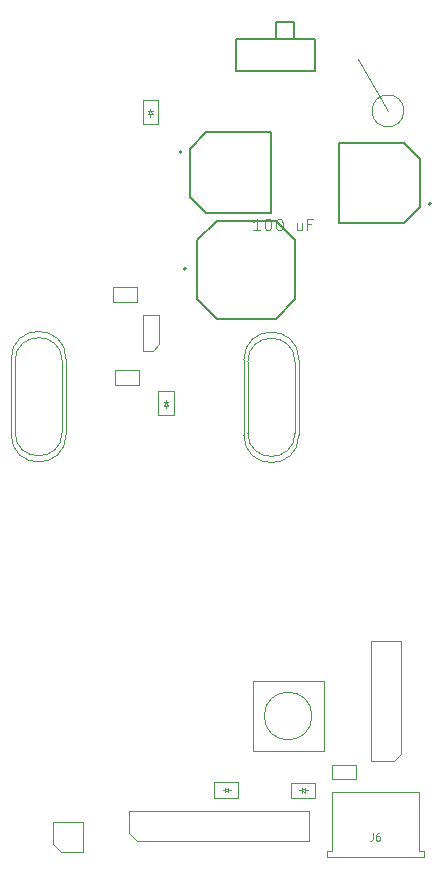
<source format=gbr>
G04 #@! TF.GenerationSoftware,KiCad,Pcbnew,5.1.6-c6e7f7d~87~ubuntu18.04.1*
G04 #@! TF.CreationDate,2021-04-09T16:44:34+05:30*
G04 #@! TF.ProjectId,Sensor_pcb_v4,53656e73-6f72-45f7-9063-625f76342e6b,rev?*
G04 #@! TF.SameCoordinates,Original*
G04 #@! TF.FileFunction,Other,Fab,Top*
%FSLAX46Y46*%
G04 Gerber Fmt 4.6, Leading zero omitted, Abs format (unit mm)*
G04 Created by KiCad (PCBNEW 5.1.6-c6e7f7d~87~ubuntu18.04.1) date 2021-04-09 16:44:34*
%MOMM*%
%LPD*%
G01*
G04 APERTURE LIST*
%ADD10C,0.127000*%
%ADD11C,0.200000*%
%ADD12C,0.050000*%
%ADD13C,0.100000*%
%ADD14C,0.015000*%
G04 APERTURE END LIST*
D10*
X46389500Y-27963900D02*
X46389500Y-34763900D01*
X46389500Y-34763900D02*
X40949500Y-34763900D01*
X40949500Y-34763900D02*
X39589500Y-33403900D01*
X39589500Y-33403900D02*
X39589500Y-29323900D01*
X39589500Y-29323900D02*
X40949500Y-27963900D01*
X40949500Y-27963900D02*
X46389500Y-27963900D01*
D11*
X38839500Y-29613900D02*
G75*
G03*
X38839500Y-29613900I-100000J0D01*
G01*
D12*
X58952600Y-88791000D02*
X58952600Y-83791000D01*
X51152600Y-89291000D02*
X59352600Y-89291000D01*
X51552600Y-83791000D02*
X51552600Y-88791000D01*
X59352600Y-89291000D02*
X59352600Y-88791000D01*
X59352600Y-88791000D02*
X58952600Y-88791000D01*
X51152600Y-89291000D02*
X51152600Y-88791000D01*
X51152600Y-88791000D02*
X51552600Y-88791000D01*
X58952600Y-83791000D02*
X51552600Y-83791000D01*
D13*
X34409400Y-87304900D02*
X34409400Y-85399900D01*
X34409400Y-85399900D02*
X49649400Y-85399900D01*
X49649400Y-85399900D02*
X49649400Y-87939900D01*
X49649400Y-87939900D02*
X35044400Y-87939900D01*
X35044400Y-87939900D02*
X34409400Y-87304900D01*
D10*
X50182500Y-22774900D02*
X43482500Y-22774900D01*
X43482500Y-22774900D02*
X43482500Y-20074900D01*
X43482500Y-20074900D02*
X50182500Y-20074900D01*
X50182500Y-20074900D02*
X50182500Y-22774900D01*
X48332500Y-20074900D02*
X48332500Y-18574900D01*
X48332500Y-18574900D02*
X46832500Y-18574900D01*
X46832500Y-18574900D02*
X46832500Y-20074900D01*
D13*
X38191200Y-49883800D02*
X38191200Y-51883800D01*
X38191200Y-51883800D02*
X36891200Y-51883800D01*
X36891200Y-51883800D02*
X36891200Y-49883800D01*
X36891200Y-49883800D02*
X38191200Y-49883800D01*
X37741200Y-51083800D02*
X37541200Y-50783800D01*
X37541200Y-50783800D02*
X37341200Y-51083800D01*
X37341200Y-51083800D02*
X37741200Y-51083800D01*
X37741200Y-50783800D02*
X37341200Y-50783800D01*
X37541200Y-50783800D02*
X37541200Y-50583800D01*
X37541200Y-51083800D02*
X37541200Y-51283800D01*
X57470000Y-80561200D02*
X56835000Y-81196200D01*
X57470000Y-71036200D02*
X57470000Y-80561200D01*
X54930000Y-71036200D02*
X57470000Y-71036200D01*
X54930000Y-81196200D02*
X54930000Y-71036200D01*
X56835000Y-81196200D02*
X54930000Y-81196200D01*
X28620700Y-88879700D02*
X27985700Y-88244700D01*
X30525700Y-88879700D02*
X28620700Y-88879700D01*
X30525700Y-86339700D02*
X30525700Y-88879700D01*
X27985700Y-86339700D02*
X30525700Y-86339700D01*
X27985700Y-88244700D02*
X27985700Y-86339700D01*
X36865000Y-25243300D02*
X36865000Y-27243300D01*
X36865000Y-27243300D02*
X35565000Y-27243300D01*
X35565000Y-27243300D02*
X35565000Y-25243300D01*
X35565000Y-25243300D02*
X36865000Y-25243300D01*
X36415000Y-26443300D02*
X36215000Y-26143300D01*
X36215000Y-26143300D02*
X36015000Y-26443300D01*
X36015000Y-26443300D02*
X36415000Y-26443300D01*
X36415000Y-26143300D02*
X36015000Y-26143300D01*
X36215000Y-26143300D02*
X36215000Y-25943300D01*
X36215000Y-26443300D02*
X36215000Y-26643300D01*
X56324500Y-26136600D02*
X53784500Y-21737191D01*
X57674500Y-26136600D02*
G75*
G03*
X57674500Y-26136600I-1350000J0D01*
G01*
X48779100Y-47190100D02*
X48779100Y-53590100D01*
X44129100Y-47190100D02*
X44129100Y-53590100D01*
X48454100Y-47390100D02*
X48454100Y-53390100D01*
X44454100Y-47390100D02*
X44454100Y-53390100D01*
X44454100Y-53390100D02*
G75*
G03*
X48454100Y-53390100I2000000J0D01*
G01*
X44454100Y-47390100D02*
G75*
G02*
X48454100Y-47390100I2000000J0D01*
G01*
X44129100Y-53590100D02*
G75*
G03*
X48779100Y-53590100I2325000J0D01*
G01*
X44129100Y-47190100D02*
G75*
G02*
X48779100Y-47190100I2325000J0D01*
G01*
X24746200Y-47336800D02*
X24746200Y-53336800D01*
X28746200Y-47336800D02*
X28746200Y-53336800D01*
X24421200Y-47136800D02*
X24421200Y-53536800D01*
X29071200Y-47136800D02*
X29071200Y-53536800D01*
X24421200Y-47136800D02*
G75*
G02*
X29071200Y-47136800I2325000J0D01*
G01*
X24421200Y-53536800D02*
G75*
G03*
X29071200Y-53536800I2325000J0D01*
G01*
X24746200Y-47336800D02*
G75*
G02*
X28746200Y-47336800I2000000J0D01*
G01*
X24746200Y-53336800D02*
G75*
G03*
X28746200Y-53336800I2000000J0D01*
G01*
X47870000Y-80368800D02*
X44870000Y-80368800D01*
X44870000Y-80368800D02*
X44870000Y-74368800D01*
X44870000Y-74368800D02*
X50870000Y-74368800D01*
X50870000Y-74368800D02*
X50870000Y-80368800D01*
X50870000Y-80368800D02*
X47870000Y-80368800D01*
X49885564Y-77368800D02*
G75*
G03*
X49885564Y-77368800I-2015564J0D01*
G01*
D10*
X52220900Y-35650400D02*
X52220900Y-28850400D01*
X52220900Y-28850400D02*
X57660900Y-28850400D01*
X57660900Y-28850400D02*
X59020900Y-30210400D01*
X59020900Y-30210400D02*
X59020900Y-34290400D01*
X59020900Y-34290400D02*
X57660900Y-35650400D01*
X57660900Y-35650400D02*
X52220900Y-35650400D01*
D11*
X59970900Y-34000400D02*
G75*
G03*
X59970900Y-34000400I-100000J0D01*
G01*
X39215400Y-39503700D02*
G75*
G03*
X39215400Y-39503700I-100000J0D01*
G01*
D10*
X40165400Y-42103700D02*
X40165400Y-37103700D01*
X40165400Y-37103700D02*
X41815400Y-35453700D01*
X41815400Y-35453700D02*
X46815400Y-35453700D01*
X46815400Y-35453700D02*
X48465400Y-37103700D01*
X48465400Y-37103700D02*
X48465400Y-42103700D01*
X48465400Y-42103700D02*
X46815400Y-43753700D01*
X46815400Y-43753700D02*
X41815400Y-43753700D01*
X41815400Y-43753700D02*
X40165400Y-42103700D01*
D13*
X33076600Y-42278500D02*
X33076600Y-41038500D01*
X35076600Y-42278500D02*
X33076600Y-42278500D01*
X35076600Y-41038500D02*
X35076600Y-42278500D01*
X33076600Y-41038500D02*
X35076600Y-41038500D01*
X49316000Y-83657400D02*
X49516000Y-83657400D01*
X49016000Y-83657400D02*
X48816000Y-83657400D01*
X49016000Y-83457400D02*
X49016000Y-83857400D01*
X49316000Y-83857400D02*
X49316000Y-83457400D01*
X49016000Y-83657400D02*
X49316000Y-83857400D01*
X49316000Y-83457400D02*
X49016000Y-83657400D01*
X48116000Y-84307400D02*
X48116000Y-83007400D01*
X50116000Y-84307400D02*
X48116000Y-84307400D01*
X50116000Y-83007400D02*
X50116000Y-84307400D01*
X48116000Y-83007400D02*
X50116000Y-83007400D01*
X41623700Y-82994700D02*
X43623700Y-82994700D01*
X43623700Y-82994700D02*
X43623700Y-84294700D01*
X43623700Y-84294700D02*
X41623700Y-84294700D01*
X41623700Y-84294700D02*
X41623700Y-82994700D01*
X42823700Y-83444700D02*
X42523700Y-83644700D01*
X42523700Y-83644700D02*
X42823700Y-83844700D01*
X42823700Y-83844700D02*
X42823700Y-83444700D01*
X42523700Y-83444700D02*
X42523700Y-83844700D01*
X42523700Y-83644700D02*
X42323700Y-83644700D01*
X42823700Y-83644700D02*
X43023700Y-83644700D01*
X36968700Y-45892800D02*
X36968700Y-43442800D01*
X36418700Y-46462800D02*
X35568700Y-46462800D01*
X36968700Y-45892800D02*
X36418700Y-46462800D01*
X35568700Y-46462800D02*
X35568700Y-43422800D01*
X36968700Y-43422800D02*
X35568700Y-43422800D01*
X53578000Y-81490600D02*
X53578000Y-82730600D01*
X51578000Y-81490600D02*
X53578000Y-81490600D01*
X51578000Y-82730600D02*
X51578000Y-81490600D01*
X53578000Y-82730600D02*
X51578000Y-82730600D01*
X33241700Y-48094700D02*
X35241700Y-48094700D01*
X35241700Y-48094700D02*
X35241700Y-49334700D01*
X35241700Y-49334700D02*
X33241700Y-49334700D01*
X33241700Y-49334700D02*
X33241700Y-48094700D01*
D14*
X45505928Y-36261280D02*
X44934500Y-36261280D01*
X45220214Y-36261280D02*
X45220214Y-35261280D01*
X45124976Y-35404138D01*
X45029738Y-35499376D01*
X44934500Y-35546995D01*
X46124976Y-35261280D02*
X46220214Y-35261280D01*
X46315452Y-35308900D01*
X46363071Y-35356519D01*
X46410690Y-35451757D01*
X46458309Y-35642233D01*
X46458309Y-35880328D01*
X46410690Y-36070804D01*
X46363071Y-36166042D01*
X46315452Y-36213661D01*
X46220214Y-36261280D01*
X46124976Y-36261280D01*
X46029738Y-36213661D01*
X45982119Y-36166042D01*
X45934500Y-36070804D01*
X45886880Y-35880328D01*
X45886880Y-35642233D01*
X45934500Y-35451757D01*
X45982119Y-35356519D01*
X46029738Y-35308900D01*
X46124976Y-35261280D01*
X47077357Y-35261280D02*
X47172595Y-35261280D01*
X47267833Y-35308900D01*
X47315452Y-35356519D01*
X47363071Y-35451757D01*
X47410690Y-35642233D01*
X47410690Y-35880328D01*
X47363071Y-36070804D01*
X47315452Y-36166042D01*
X47267833Y-36213661D01*
X47172595Y-36261280D01*
X47077357Y-36261280D01*
X46982119Y-36213661D01*
X46934500Y-36166042D01*
X46886880Y-36070804D01*
X46839261Y-35880328D01*
X46839261Y-35642233D01*
X46886880Y-35451757D01*
X46934500Y-35356519D01*
X46982119Y-35308900D01*
X47077357Y-35261280D01*
X49029738Y-35594614D02*
X49029738Y-36261280D01*
X48601166Y-35594614D02*
X48601166Y-36118423D01*
X48648785Y-36213661D01*
X48744023Y-36261280D01*
X48886880Y-36261280D01*
X48982119Y-36213661D01*
X49029738Y-36166042D01*
X49839261Y-35737471D02*
X49505928Y-35737471D01*
X49505928Y-36261280D02*
X49505928Y-35261280D01*
X49982119Y-35261280D01*
D13*
X55052600Y-87312428D02*
X55052600Y-87741000D01*
X55024028Y-87826714D01*
X54966885Y-87883857D01*
X54881171Y-87912428D01*
X54824028Y-87912428D01*
X55595457Y-87312428D02*
X55481171Y-87312428D01*
X55424028Y-87341000D01*
X55395457Y-87369571D01*
X55338314Y-87455285D01*
X55309742Y-87569571D01*
X55309742Y-87798142D01*
X55338314Y-87855285D01*
X55366885Y-87883857D01*
X55424028Y-87912428D01*
X55538314Y-87912428D01*
X55595457Y-87883857D01*
X55624028Y-87855285D01*
X55652600Y-87798142D01*
X55652600Y-87655285D01*
X55624028Y-87598142D01*
X55595457Y-87569571D01*
X55538314Y-87541000D01*
X55424028Y-87541000D01*
X55366885Y-87569571D01*
X55338314Y-87598142D01*
X55309742Y-87655285D01*
M02*

</source>
